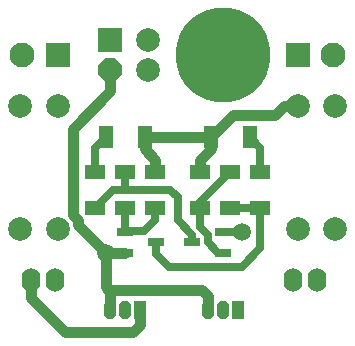
<source format=gtl>
G04*
G04 #@! TF.GenerationSoftware,Altium Limited,Altium Designer,18.1.6 (161)*
G04*
G04 Layer_Physical_Order=1*
G04 Layer_Color=255*
%FSLAX44Y44*%
%MOMM*%
G71*
G01*
G75*
%ADD15R,1.6510X1.2700*%
%ADD16R,1.4000X0.8000*%
%ADD17R,1.2700X1.9000*%
%ADD31C,0.9000*%
%ADD32C,0.6350*%
%ADD33R,1.0000X1.5000*%
G04:AMPARAMS|DCode=34|XSize=1mm|YSize=1.5mm|CornerRadius=0mm|HoleSize=0mm|Usage=FLASHONLY|Rotation=180.000|XOffset=0mm|YOffset=0mm|HoleType=Round|Shape=Octagon|*
%AMOCTAGOND34*
4,1,8,0.2500,-0.7500,-0.2500,-0.7500,-0.5000,-0.5000,-0.5000,0.5000,-0.2500,0.7500,0.2500,0.7500,0.5000,0.5000,0.5000,-0.5000,0.2500,-0.7500,0.0*
%
%ADD34OCTAGOND34*%

%ADD35O,1.6000X2.0000*%
%ADD36R,2.0000X2.0000*%
%ADD37P,2.1648X8X292.5*%
%ADD38R,2.1000X2.1000*%
%ADD39C,2.1000*%
%ADD40C,2.0000*%
%ADD41C,8.0000*%
%ADD42C,1.5000*%
D15*
X234950Y124460D02*
D03*
Y154940D02*
D03*
X209550Y124460D02*
D03*
Y154940D02*
D03*
X184150Y124460D02*
D03*
Y154940D02*
D03*
X146050Y124460D02*
D03*
Y154940D02*
D03*
X120650Y124460D02*
D03*
Y154940D02*
D03*
X95250Y124460D02*
D03*
Y154940D02*
D03*
D16*
X177500Y95250D02*
D03*
X203500Y104250D02*
D03*
Y86250D02*
D03*
X146350Y95250D02*
D03*
X120350Y86250D02*
D03*
Y104250D02*
D03*
D17*
X193050Y184150D02*
D03*
X226050D02*
D03*
X137150D02*
D03*
X104150D02*
D03*
D31*
X193050D02*
X212100Y203200D01*
X247650D01*
X80540Y109960D02*
X104140Y86360D01*
X80540Y109960D02*
Y114058D01*
X76200Y118398D02*
X80540Y114058D01*
X76200Y118398D02*
Y191450D01*
X107950Y223200D01*
X119400Y86250D02*
X120350D01*
X127000Y19050D02*
X133350Y25400D01*
X69850Y19050D02*
X127000D01*
X40800Y48100D02*
X69850Y19050D01*
X40800Y48100D02*
Y63500D01*
X254950Y210500D02*
X260350D01*
X247650Y203200D02*
X254950Y210500D01*
X190500Y38100D02*
Y49850D01*
X185740Y54610D02*
X190500Y49850D01*
X107950Y54610D02*
X185740D01*
X104140Y57470D02*
Y86360D01*
Y57470D02*
X107950Y53660D01*
Y38100D02*
Y53660D01*
Y223200D02*
Y241300D01*
X133350Y25400D02*
Y38100D01*
X104140Y86360D02*
X119290D01*
X119400Y86250D01*
X137150Y174160D02*
Y184150D01*
Y174160D02*
X146050Y165260D01*
Y154940D02*
Y165260D01*
X193050Y174000D02*
Y184150D01*
X184150Y165100D02*
X193050Y174000D01*
X184150Y154940D02*
Y165100D01*
X137150Y184150D02*
X193050D01*
D32*
X136300Y104550D02*
X146050Y114300D01*
X120650Y104550D02*
X136300D01*
X146050Y114300D02*
Y124460D01*
X157480Y74676D02*
X219456D01*
X146350Y85806D02*
X157480Y74676D01*
X146350Y85806D02*
Y95250D01*
X234950Y90170D02*
Y124460D01*
X219456Y74676D02*
X234950Y90170D01*
X203500Y104250D02*
X219600D01*
X177500Y95250D02*
Y101900D01*
X165100Y114300D02*
X177500Y101900D01*
X165100Y114300D02*
Y133350D01*
X184150Y107950D02*
Y124460D01*
Y107950D02*
X190500Y101600D01*
Y95250D02*
Y101600D01*
Y95250D02*
X199500Y86250D01*
X203500D01*
X209550Y124460D02*
X234950D01*
X184150D02*
Y129540D01*
X209550Y154940D01*
X234950D02*
Y175250D01*
X226050Y184150D02*
X234950Y175250D01*
X95250D02*
X104150Y184150D01*
X95250Y154940D02*
Y175250D01*
X158750Y139700D02*
X165100Y133350D01*
X120350Y139700D02*
X158750D01*
X120650Y140000D02*
Y154940D01*
X95250Y124460D02*
X110490Y139700D01*
X120350D01*
X120650Y140000D01*
X95250Y124460D02*
Y127000D01*
X120650Y104965D02*
Y124460D01*
X120350Y104250D02*
X120650Y104550D01*
D33*
X215900Y38100D02*
D03*
X133350D02*
D03*
D34*
X203200D02*
D03*
X190500D02*
D03*
X120650D02*
D03*
X107950D02*
D03*
D35*
X263050Y63500D02*
D03*
X283050D02*
D03*
X60800D02*
D03*
X40800D02*
D03*
D36*
X107950Y266700D02*
D03*
D37*
Y241300D02*
D03*
D38*
X266700Y254000D02*
D03*
X63500D02*
D03*
D39*
X296780D02*
D03*
X33420D02*
D03*
D40*
X298450Y107000D02*
D03*
Y210500D02*
D03*
X266700Y107000D02*
D03*
Y210500D02*
D03*
X63500Y107000D02*
D03*
Y210500D02*
D03*
X31750Y107000D02*
D03*
Y210500D02*
D03*
X139700Y241300D02*
D03*
Y266700D02*
D03*
D41*
X203200Y254000D02*
D03*
D42*
X104140Y86360D02*
D03*
X219600Y104250D02*
D03*
M02*

</source>
